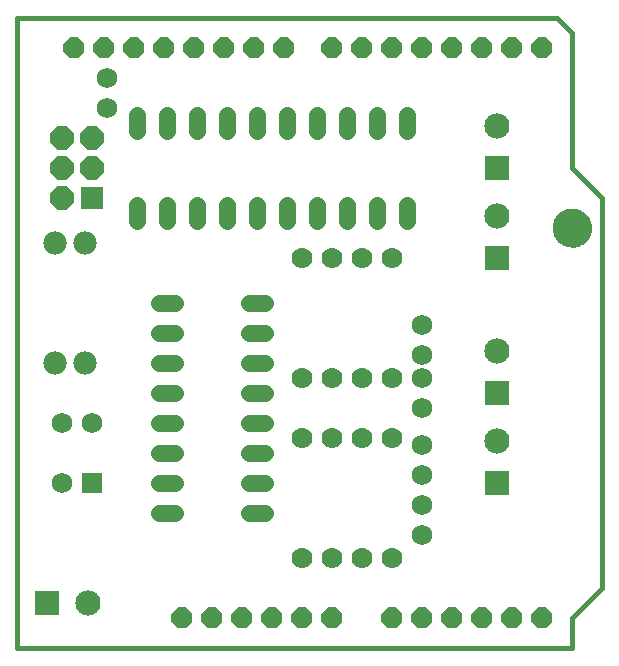
<source format=gts>
G75*
G70*
%OFA0B0*%
%FSLAX24Y24*%
%IPPOS*%
%LPD*%
%AMOC8*
5,1,8,0,0,1.08239X$1,22.5*
%
%ADD10C,0.0000*%
%ADD11C,0.0160*%
%ADD12C,0.1300*%
%ADD13OC8,0.0700*%
%ADD14C,0.0560*%
%ADD15C,0.0700*%
%ADD16R,0.0780X0.0780*%
%ADD17OC8,0.0780*%
%ADD18C,0.0690*%
%ADD19R,0.0690X0.0690*%
%ADD20C,0.0780*%
%ADD21R,0.0840X0.0840*%
%ADD22C,0.0840*%
D10*
X010210Y000504D02*
X010210Y021500D01*
X028080Y014504D02*
X028082Y014554D01*
X028088Y014604D01*
X028098Y014653D01*
X028112Y014701D01*
X028129Y014748D01*
X028150Y014793D01*
X028175Y014837D01*
X028203Y014878D01*
X028235Y014917D01*
X028269Y014954D01*
X028306Y014988D01*
X028346Y015018D01*
X028388Y015045D01*
X028432Y015069D01*
X028478Y015090D01*
X028525Y015106D01*
X028573Y015119D01*
X028623Y015128D01*
X028672Y015133D01*
X028723Y015134D01*
X028773Y015131D01*
X028822Y015124D01*
X028871Y015113D01*
X028919Y015098D01*
X028965Y015080D01*
X029010Y015058D01*
X029053Y015032D01*
X029094Y015003D01*
X029133Y014971D01*
X029169Y014936D01*
X029201Y014898D01*
X029231Y014858D01*
X029258Y014815D01*
X029281Y014771D01*
X029300Y014725D01*
X029316Y014677D01*
X029328Y014628D01*
X029336Y014579D01*
X029340Y014529D01*
X029340Y014479D01*
X029336Y014429D01*
X029328Y014380D01*
X029316Y014331D01*
X029300Y014283D01*
X029281Y014237D01*
X029258Y014193D01*
X029231Y014150D01*
X029201Y014110D01*
X029169Y014072D01*
X029133Y014037D01*
X029094Y014005D01*
X029053Y013976D01*
X029010Y013950D01*
X028965Y013928D01*
X028919Y013910D01*
X028871Y013895D01*
X028822Y013884D01*
X028773Y013877D01*
X028723Y013874D01*
X028672Y013875D01*
X028623Y013880D01*
X028573Y013889D01*
X028525Y013902D01*
X028478Y013918D01*
X028432Y013939D01*
X028388Y013963D01*
X028346Y013990D01*
X028306Y014020D01*
X028269Y014054D01*
X028235Y014091D01*
X028203Y014130D01*
X028175Y014171D01*
X028150Y014215D01*
X028129Y014260D01*
X028112Y014307D01*
X028098Y014355D01*
X028088Y014404D01*
X028082Y014454D01*
X028080Y014504D01*
D11*
X010210Y021504D02*
X010210Y000504D01*
X028710Y000504D01*
X028710Y001504D01*
X029710Y002504D01*
X029710Y015504D01*
X028710Y016504D01*
X028710Y021004D01*
X028210Y021504D01*
X010210Y021504D01*
D12*
X028710Y014504D03*
D13*
X027710Y020504D03*
X026710Y020504D03*
X025710Y020504D03*
X024710Y020504D03*
X023710Y020504D03*
X022710Y020504D03*
X021710Y020504D03*
X020710Y020504D03*
X019110Y020504D03*
X018110Y020504D03*
X017110Y020504D03*
X016110Y020504D03*
X015110Y020504D03*
X014110Y020504D03*
X013110Y020504D03*
X012110Y020504D03*
X015710Y001504D03*
X016710Y001504D03*
X017710Y001504D03*
X018710Y001504D03*
X019710Y001504D03*
X020710Y001504D03*
X022710Y001504D03*
X023710Y001504D03*
X024710Y001504D03*
X025710Y001504D03*
X026710Y001504D03*
X027710Y001504D03*
D14*
X018470Y005004D02*
X017950Y005004D01*
X017950Y006004D02*
X018470Y006004D01*
X018470Y007004D02*
X017950Y007004D01*
X017950Y008004D02*
X018470Y008004D01*
X018470Y009004D02*
X017950Y009004D01*
X017950Y010004D02*
X018470Y010004D01*
X018470Y011004D02*
X017950Y011004D01*
X017950Y012004D02*
X018470Y012004D01*
X015470Y012004D02*
X014950Y012004D01*
X014950Y011004D02*
X015470Y011004D01*
X015470Y010004D02*
X014950Y010004D01*
X014950Y009004D02*
X015470Y009004D01*
X015470Y008004D02*
X014950Y008004D01*
X014950Y007004D02*
X015470Y007004D01*
X015470Y006004D02*
X014950Y006004D01*
X014950Y005004D02*
X015470Y005004D01*
X015210Y014744D02*
X015210Y015264D01*
X014210Y015264D02*
X014210Y014744D01*
X016210Y014744D02*
X016210Y015264D01*
X017210Y015264D02*
X017210Y014744D01*
X018210Y014744D02*
X018210Y015264D01*
X019210Y015264D02*
X019210Y014744D01*
X020210Y014744D02*
X020210Y015264D01*
X021210Y015264D02*
X021210Y014744D01*
X022210Y014744D02*
X022210Y015264D01*
X023210Y015264D02*
X023210Y014744D01*
X023210Y017744D02*
X023210Y018264D01*
X022210Y018264D02*
X022210Y017744D01*
X021210Y017744D02*
X021210Y018264D01*
X020210Y018264D02*
X020210Y017744D01*
X019210Y017744D02*
X019210Y018264D01*
X018210Y018264D02*
X018210Y017744D01*
X017210Y017744D02*
X017210Y018264D01*
X016210Y018264D02*
X016210Y017744D01*
X015210Y017744D02*
X015210Y018264D01*
X014210Y018264D02*
X014210Y017744D01*
D15*
X019710Y013504D03*
X020710Y013504D03*
X021710Y013504D03*
X022710Y013504D03*
X022710Y009504D03*
X021710Y009504D03*
X020710Y009504D03*
X019710Y009504D03*
X019710Y007504D03*
X020710Y007504D03*
X021710Y007504D03*
X022710Y007504D03*
X022710Y003504D03*
X021710Y003504D03*
X020710Y003504D03*
X019710Y003504D03*
D16*
X012710Y015504D03*
D17*
X011710Y015504D03*
X011710Y016504D03*
X012710Y016504D03*
X012710Y017504D03*
X011710Y017504D03*
D18*
X013210Y018504D03*
X013210Y019504D03*
X023710Y011254D03*
X023710Y010254D03*
X023710Y009504D03*
X023710Y008504D03*
X023710Y007254D03*
X023710Y006254D03*
X023710Y005254D03*
X023710Y004254D03*
X012710Y008004D03*
X011710Y008004D03*
X011710Y006004D03*
D19*
X012710Y006004D03*
D20*
X012460Y010004D03*
X011460Y010004D03*
X011460Y014004D03*
X012460Y014004D03*
D21*
X026210Y013504D03*
X026210Y016504D03*
X026210Y009004D03*
X026210Y006004D03*
X011210Y002004D03*
D22*
X012588Y002004D03*
X026210Y007382D03*
X026210Y010382D03*
X026210Y014882D03*
X026210Y017882D03*
M02*

</source>
